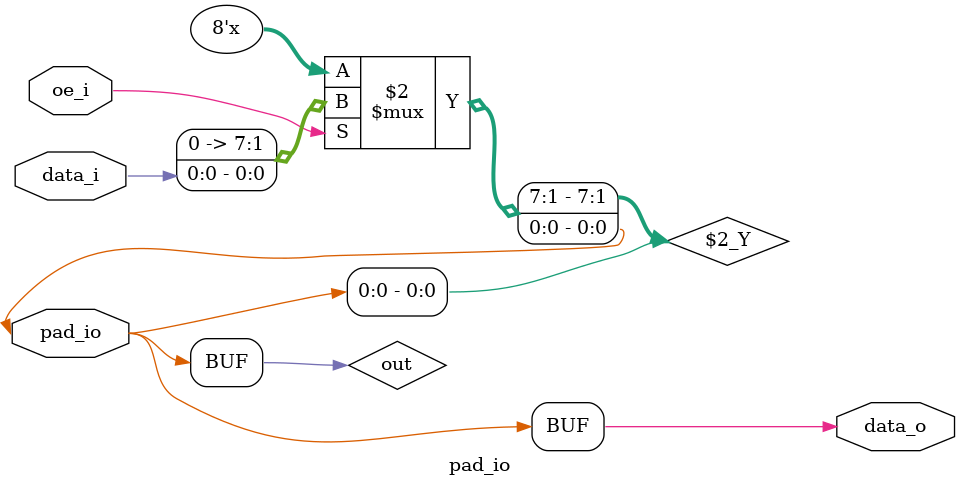
<source format=sv>

`timescale 1ps/1ps

module pad_io #(
  parameter WIDTH = 1
  )(
    input  logic [WIDTH-1:0] data_i,
    input  logic             oe_i, //high output, low input
    output logic [WIDTH-1:0] data_o,
    inout  logic [WIDTH-1:0] pad_io
);

    logic [WIDTH-1:0] out;

    assign #2000 data_o = pad_io;

    //split delay, delay above 3ns doesn't work
    assign #3000 out = (oe_i) ? data_i : 8'bz;

    assign #2000 pad_io = out;

endmodule

</source>
